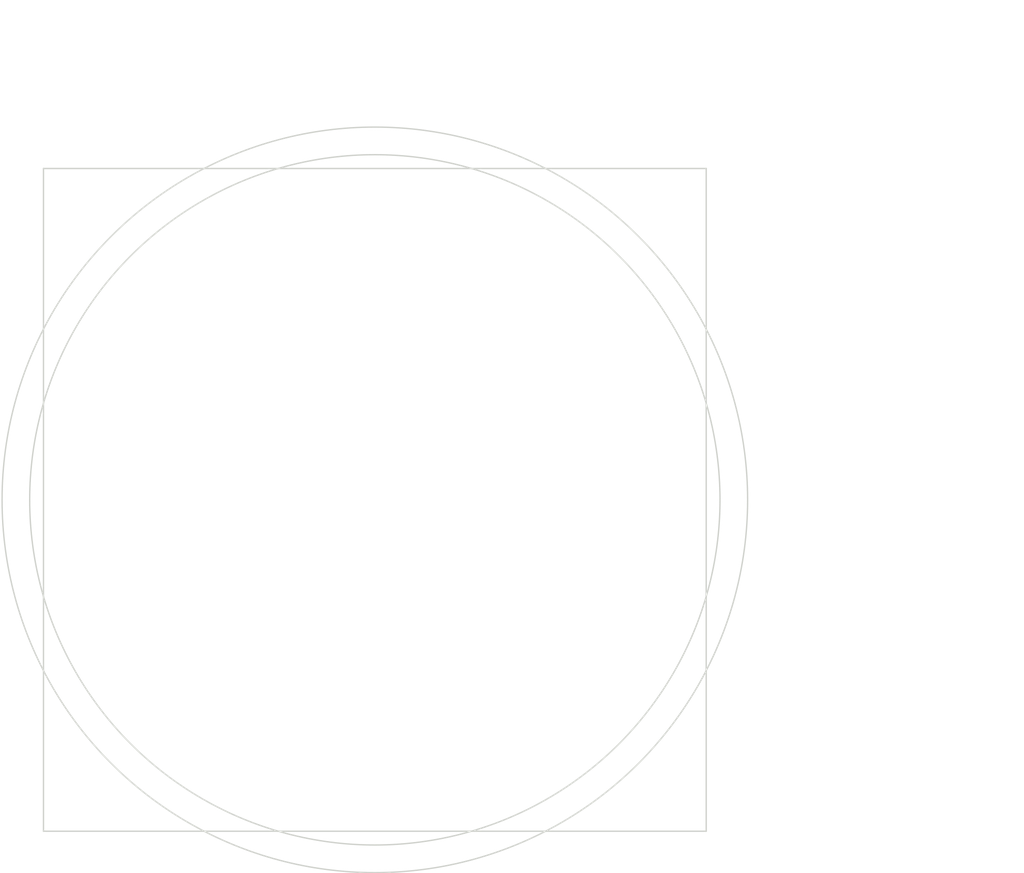
<source format=kicad_pcb>
(kicad_pcb (version 4) (host pcbnew "(2015-08-16 BZR 6097)-product")

  (general
    (links 0)
    (no_connects 0)
    (area 74.949999 74.949999 125.050001 125.050001)
    (thickness 1.6)
    (drawings 11)
    (tracks 0)
    (zones 0)
    (modules 0)
    (nets 1)
  )

  (page A4)
  (layers
    (0 F.Cu signal)
    (31 B.Cu signal)
    (32 B.Adhes user)
    (33 F.Adhes user)
    (34 B.Paste user)
    (35 F.Paste user)
    (36 B.SilkS user)
    (37 F.SilkS user)
    (38 B.Mask user)
    (39 F.Mask user)
    (40 Dwgs.User user)
    (41 Cmts.User user)
    (42 Eco1.User user)
    (43 Eco2.User user)
    (44 Edge.Cuts user)
    (45 Margin user)
    (46 B.CrtYd user)
    (47 F.CrtYd user)
    (48 B.Fab user)
    (49 F.Fab user)
  )

  (setup
    (last_trace_width 0.25)
    (trace_clearance 0.2)
    (zone_clearance 0.508)
    (zone_45_only no)
    (trace_min 0.2)
    (segment_width 0.2)
    (edge_width 0.1)
    (via_size 0.6)
    (via_drill 0.4)
    (via_min_size 0.4)
    (via_min_drill 0.3)
    (uvia_size 0.3)
    (uvia_drill 0.1)
    (uvias_allowed no)
    (uvia_min_size 0.2)
    (uvia_min_drill 0.1)
    (pcb_text_width 0.3)
    (pcb_text_size 1.5 1.5)
    (mod_edge_width 0.15)
    (mod_text_size 1 1)
    (mod_text_width 0.15)
    (pad_size 1.5 1.5)
    (pad_drill 0.6)
    (pad_to_mask_clearance 0)
    (aux_axis_origin 0 0)
    (visible_elements FFFFFF7F)
    (pcbplotparams
      (layerselection 0x00030_80000001)
      (usegerberextensions false)
      (excludeedgelayer true)
      (linewidth 0.100000)
      (plotframeref false)
      (viasonmask false)
      (mode 1)
      (useauxorigin false)
      (hpglpennumber 1)
      (hpglpenspeed 20)
      (hpglpendiameter 15)
      (hpglpenoverlay 2)
      (psnegative false)
      (psa4output false)
      (plotreference true)
      (plotvalue true)
      (plotinvisibletext false)
      (padsonsilk false)
      (subtractmaskfromsilk false)
      (outputformat 1)
      (mirror false)
      (drillshape 1)
      (scaleselection 1)
      (outputdirectory ""))
  )

  (net 0 "")

  (net_class Default "This is the default net class."
    (clearance 0.2)
    (trace_width 0.25)
    (via_dia 0.6)
    (via_drill 0.4)
    (uvia_dia 0.3)
    (uvia_drill 0.1)
  )

  (dimension 50 (width 0.3) (layer Cmts.User)
    (gr_text "50,000 mm" (at 100 68.65) (layer Cmts.User)
      (effects (font (size 1.5 1.5) (thickness 0.3)))
    )
    (feature1 (pts (xy 125 100) (xy 125 67.3)))
    (feature2 (pts (xy 75 100) (xy 75 67.3)))
    (crossbar (pts (xy 75 70) (xy 125 70)))
    (arrow1a (pts (xy 125 70) (xy 123.873496 70.586421)))
    (arrow1b (pts (xy 125 70) (xy 123.873496 69.413579)))
    (arrow2a (pts (xy 75 70) (xy 76.126504 70.586421)))
    (arrow2b (pts (xy 75 70) (xy 76.126504 69.413579)))
  )
  (dimension 54 (width 0.3) (layer Cmts.User)
    (gr_text "54,000 mm" (at 100 65.65) (layer Cmts.User)
      (effects (font (size 1.5 1.5) (thickness 0.3)))
    )
    (feature1 (pts (xy 73 100) (xy 73 64.3)))
    (feature2 (pts (xy 127 100) (xy 127 64.3)))
    (crossbar (pts (xy 127 67) (xy 73 67)))
    (arrow1a (pts (xy 73 67) (xy 74.126504 66.413579)))
    (arrow1b (pts (xy 73 67) (xy 74.126504 67.586421)))
    (arrow2a (pts (xy 127 67) (xy 125.873496 66.413579)))
    (arrow2b (pts (xy 127 67) (xy 125.873496 67.586421)))
  )
  (gr_circle (center 100 100) (end 101 100) (layer Cmts.User) (width 0.2))
  (dimension 12 (width 0.3) (layer Cmts.User)
    (gr_text "12,000 mm" (at 144.35 82 90) (layer Cmts.User)
      (effects (font (size 1.5 1.5) (thickness 0.3)))
    )
    (feature1 (pts (xy 124 76) (xy 145.7 76)))
    (feature2 (pts (xy 124 88) (xy 145.7 88)))
    (crossbar (pts (xy 143 88) (xy 143 76)))
    (arrow1a (pts (xy 143 76) (xy 143.586421 77.126504)))
    (arrow1b (pts (xy 143 76) (xy 142.413579 77.126504)))
    (arrow2a (pts (xy 143 88) (xy 143.586421 86.873496)))
    (arrow2b (pts (xy 143 88) (xy 142.413579 86.873496)))
  )
  (dimension 10 (width 0.3) (layer Cmts.User)
    (gr_text "10,000 mm" (at 133.35 81 270) (layer Cmts.User)
      (effects (font (size 1.5 1.5) (thickness 0.3)))
    )
    (feature1 (pts (xy 124 86) (xy 134.7 86)))
    (feature2 (pts (xy 124 76) (xy 134.7 76)))
    (crossbar (pts (xy 132 76) (xy 132 86)))
    (arrow1a (pts (xy 132 86) (xy 131.413579 84.873496)))
    (arrow1b (pts (xy 132 86) (xy 132.586421 84.873496)))
    (arrow2a (pts (xy 132 76) (xy 131.413579 77.126504)))
    (arrow2b (pts (xy 132 76) (xy 132.586421 77.126504)))
  )
  (gr_circle (center 100 100) (end 127 100) (layer Edge.Cuts) (width 0.1))
  (gr_line (start 76 124) (end 124 124) (angle 90) (layer Edge.Cuts) (width 0.1))
  (gr_line (start 76 76) (end 76 124) (angle 90) (layer Edge.Cuts) (width 0.1))
  (gr_line (start 124 76) (end 76 76) (angle 90) (layer Edge.Cuts) (width 0.1))
  (gr_line (start 124 124) (end 124 76) (angle 90) (layer Edge.Cuts) (width 0.1))
  (gr_circle (center 100 100) (end 125 100) (layer Edge.Cuts) (width 0.1))

)

</source>
